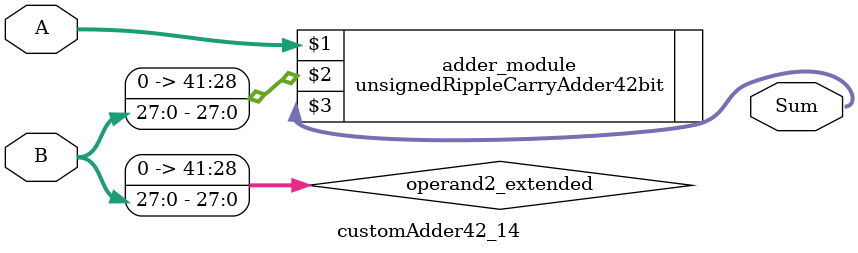
<source format=v>
module customAdder42_14(
                        input [41 : 0] A,
                        input [27 : 0] B,
                        
                        output [42 : 0] Sum
                );

        wire [41 : 0] operand2_extended;
        
        assign operand2_extended =  {14'b0, B};
        
        unsignedRippleCarryAdder42bit adder_module(
            A,
            operand2_extended,
            Sum
        );
        
        endmodule
        
</source>
